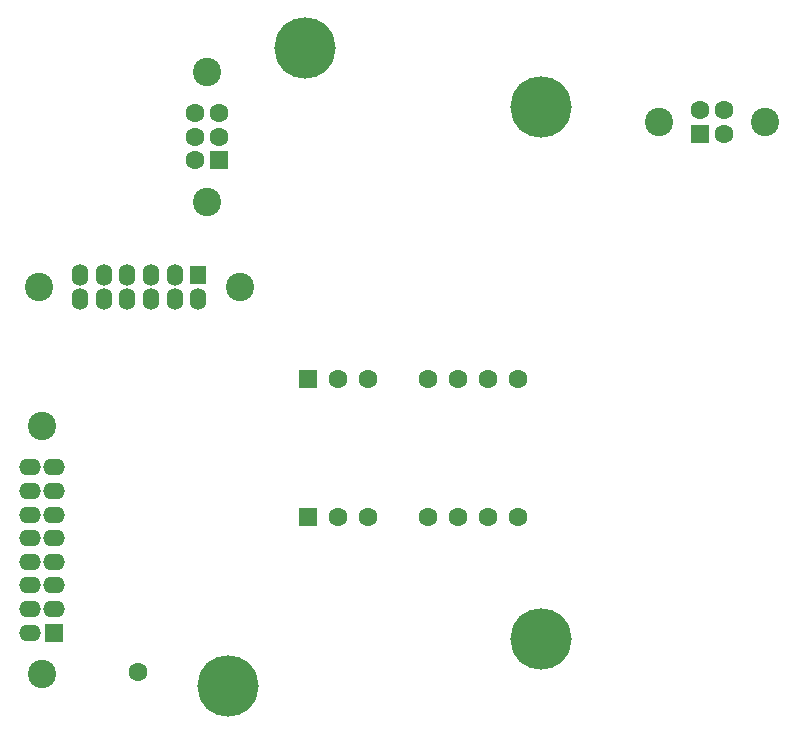
<source format=gbs>
G04 Layer_Color=16711935*
%FSLAX44Y44*%
%MOMM*%
G71*
G01*
G75*
%ADD61C,5.2000*%
%ADD62R,1.6000X1.6000*%
%ADD63C,1.6000*%
%ADD64R,1.6000X1.6000*%
%ADD65C,2.4000*%
%ADD66O,1.4000X1.8500*%
%ADD67R,1.4000X1.6000*%
%ADD68O,1.8500X1.4000*%
D61*
X-75000Y-472500D02*
D03*
X190000Y17500D02*
D03*
X-10000Y67500D02*
D03*
X190000Y-432500D02*
D03*
D62*
X-7500Y-330000D02*
D03*
X-222500Y-427500D02*
D03*
X-82500Y-27500D02*
D03*
X-7500Y-212500D02*
D03*
D63*
X17900Y-330000D02*
D03*
X43300D02*
D03*
X94100D02*
D03*
X119500D02*
D03*
X144900D02*
D03*
X170300D02*
D03*
X325000Y15000D02*
D03*
X345000Y-5000D02*
D03*
Y15000D02*
D03*
X-102500Y12500D02*
D03*
X-82500D02*
D03*
X-102500Y-7500D02*
D03*
X-82500D02*
D03*
X-102500Y-27500D02*
D03*
X17900Y-212500D02*
D03*
X43300D02*
D03*
X94100D02*
D03*
X119500D02*
D03*
X144900D02*
D03*
X170300D02*
D03*
X-151000Y-460500D02*
D03*
D64*
X325000Y-5000D02*
D03*
D65*
X290000Y5000D02*
D03*
X380000D02*
D03*
X-235000Y-135000D02*
D03*
X-65000D02*
D03*
X-232500Y-252500D02*
D03*
Y-462500D02*
D03*
X-92500Y47500D02*
D03*
Y-62500D02*
D03*
D66*
X-180000Y-125000D02*
D03*
X-160000Y-145000D02*
D03*
Y-125000D02*
D03*
X-140000Y-145000D02*
D03*
Y-125000D02*
D03*
X-120000Y-145000D02*
D03*
Y-125000D02*
D03*
X-100000Y-145000D02*
D03*
X-200000D02*
D03*
Y-125000D02*
D03*
X-180000Y-145000D02*
D03*
D67*
X-100000Y-125000D02*
D03*
D68*
X-242500Y-347500D02*
D03*
X-222500Y-327500D02*
D03*
X-242500D02*
D03*
X-222500Y-307500D02*
D03*
X-242500D02*
D03*
X-222500Y-287500D02*
D03*
X-242500D02*
D03*
Y-427500D02*
D03*
X-222500Y-407500D02*
D03*
X-242500D02*
D03*
X-222500Y-387500D02*
D03*
X-242500D02*
D03*
X-222500Y-367500D02*
D03*
X-242500D02*
D03*
X-222500Y-347500D02*
D03*
M02*

</source>
